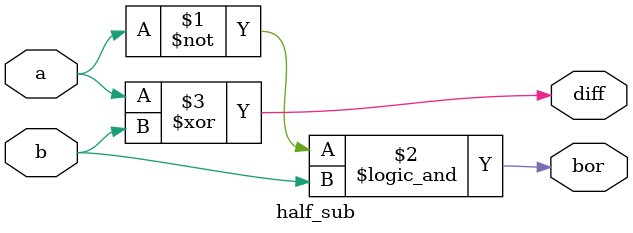
<source format=v>
module half_sub(a,b,bor,diff);
input a,b;
output bor,diff;
assign bor=(~a)&&b;
assign diff=a^b;
endmodule
</source>
